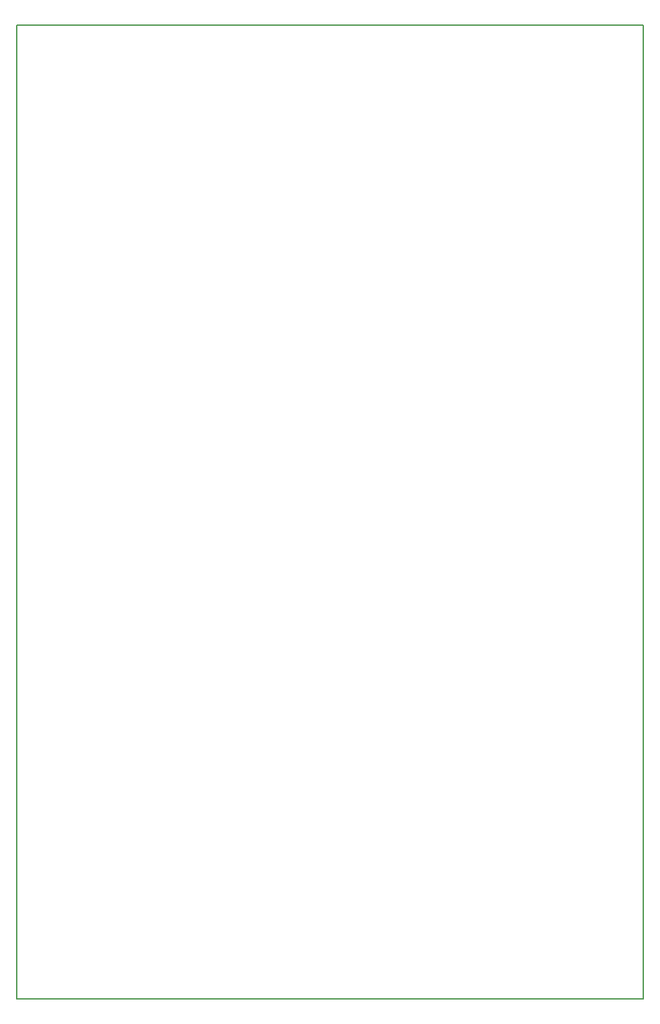
<source format=gm1>
G04 #@! TF.GenerationSoftware,KiCad,Pcbnew,(6.0.5)*
G04 #@! TF.CreationDate,2022-07-11T19:37:47+02:00*
G04 #@! TF.ProjectId,Numpad,4e756d70-6164-42e6-9b69-6361645f7063,rev?*
G04 #@! TF.SameCoordinates,Original*
G04 #@! TF.FileFunction,Profile,NP*
%FSLAX46Y46*%
G04 Gerber Fmt 4.6, Leading zero omitted, Abs format (unit mm)*
G04 Created by KiCad (PCBNEW (6.0.5)) date 2022-07-11 19:37:47*
%MOMM*%
%LPD*%
G01*
G04 APERTURE LIST*
G04 #@! TA.AperFunction,Profile*
%ADD10C,0.200000*%
G04 #@! TD*
G04 APERTURE END LIST*
D10*
X104294000Y-22860000D02*
X21844000Y-22860000D01*
X21844000Y-150860000D02*
X104294000Y-150860000D01*
X104294000Y-150860000D02*
X104294000Y-22860000D01*
X21844000Y-22860000D02*
X21844000Y-150860000D01*
M02*

</source>
